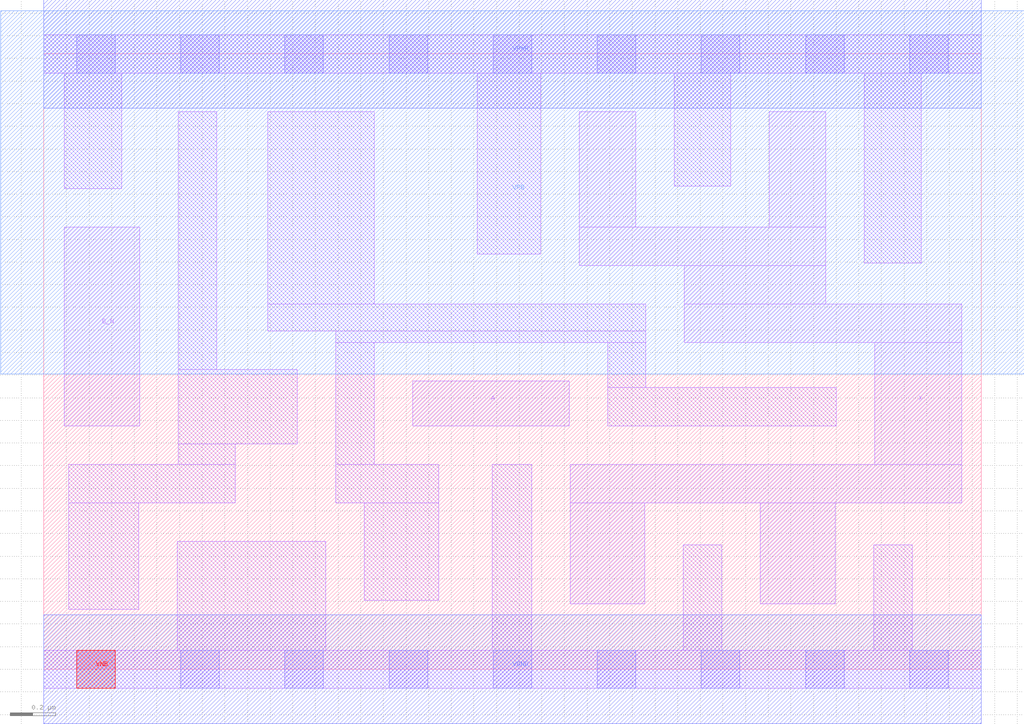
<source format=lef>
# Copyright 2020 The SkyWater PDK Authors
#
# Licensed under the Apache License, Version 2.0 (the "License");
# you may not use this file except in compliance with the License.
# You may obtain a copy of the License at
#
#     https://www.apache.org/licenses/LICENSE-2.0
#
# Unless required by applicable law or agreed to in writing, software
# distributed under the License is distributed on an "AS IS" BASIS,
# WITHOUT WARRANTIES OR CONDITIONS OF ANY KIND, either express or implied.
# See the License for the specific language governing permissions and
# limitations under the License.
#
# SPDX-License-Identifier: Apache-2.0

VERSION 5.7 ;
  NOWIREEXTENSIONATPIN ON ;
  DIVIDERCHAR "/" ;
  BUSBITCHARS "[]" ;
MACRO sky130_fd_sc_hd__or2b_4
  CLASS CORE ;
  FOREIGN sky130_fd_sc_hd__or2b_4 ;
  ORIGIN  0.000000  0.000000 ;
  SIZE  4.140000 BY  2.720000 ;
  SYMMETRY X Y R90 ;
  SITE unithd ;
  PIN A
    ANTENNAGATEAREA  0.247500 ;
    DIRECTION INPUT ;
    USE SIGNAL ;
    PORT
      LAYER li1 ;
        RECT 1.630000 1.075000 2.320000 1.275000 ;
    END
  END A
  PIN B_N
    ANTENNAGATEAREA  0.126000 ;
    DIRECTION INPUT ;
    USE SIGNAL ;
    PORT
      LAYER li1 ;
        RECT 0.090000 1.075000 0.425000 1.955000 ;
    END
  END B_N
  PIN VNB
    PORT
      LAYER pwell ;
        RECT 0.145000 -0.085000 0.315000 0.085000 ;
    END
  END VNB
  PIN VPB
    PORT
      LAYER nwell ;
        RECT -0.190000 1.305000 4.330000 2.910000 ;
    END
  END VPB
  PIN X
    ANTENNADIFFAREA  0.891000 ;
    DIRECTION OUTPUT ;
    USE SIGNAL ;
    PORT
      LAYER li1 ;
        RECT 2.325000 0.290000 2.655000 0.735000 ;
        RECT 2.325000 0.735000 4.055000 0.905000 ;
        RECT 2.365000 1.785000 3.455000 1.955000 ;
        RECT 2.365000 1.955000 2.615000 2.465000 ;
        RECT 2.830000 1.445000 4.055000 1.615000 ;
        RECT 2.830000 1.615000 3.455000 1.785000 ;
        RECT 3.165000 0.290000 3.495000 0.735000 ;
        RECT 3.205000 1.955000 3.455000 2.465000 ;
        RECT 3.670000 0.905000 4.055000 1.445000 ;
    END
  END X
  PIN VGND
    DIRECTION INOUT ;
    SHAPE ABUTMENT ;
    USE GROUND ;
    PORT
      LAYER met1 ;
        RECT 0.000000 -0.240000 4.140000 0.240000 ;
    END
  END VGND
  PIN VPWR
    DIRECTION INOUT ;
    SHAPE ABUTMENT ;
    USE POWER ;
    PORT
      LAYER met1 ;
        RECT 0.000000 2.480000 4.140000 2.960000 ;
    END
  END VPWR
  OBS
    LAYER li1 ;
      RECT 0.000000 -0.085000 4.140000 0.085000 ;
      RECT 0.000000  2.635000 4.140000 2.805000 ;
      RECT 0.090000  2.125000 0.345000 2.635000 ;
      RECT 0.110000  0.265000 0.420000 0.735000 ;
      RECT 0.110000  0.735000 0.845000 0.905000 ;
      RECT 0.590000  0.085000 1.245000 0.565000 ;
      RECT 0.595000  0.905000 0.845000 0.995000 ;
      RECT 0.595000  0.995000 1.120000 1.325000 ;
      RECT 0.595000  1.325000 0.765000 2.465000 ;
      RECT 0.990000  1.495000 2.660000 1.615000 ;
      RECT 0.990000  1.615000 1.460000 2.465000 ;
      RECT 1.290000  0.735000 1.745000 0.905000 ;
      RECT 1.290000  0.905000 1.460000 1.445000 ;
      RECT 1.290000  1.445000 2.660000 1.495000 ;
      RECT 1.415000  0.305000 1.745000 0.735000 ;
      RECT 1.915000  1.835000 2.195000 2.635000 ;
      RECT 1.980000  0.085000 2.155000 0.905000 ;
      RECT 2.490000  1.075000 3.500000 1.245000 ;
      RECT 2.490000  1.245000 2.660000 1.445000 ;
      RECT 2.785000  2.135000 3.035000 2.635000 ;
      RECT 2.825000  0.085000 2.995000 0.550000 ;
      RECT 3.625000  1.795000 3.875000 2.635000 ;
      RECT 3.665000  0.085000 3.835000 0.550000 ;
    LAYER mcon ;
      RECT 0.145000 -0.085000 0.315000 0.085000 ;
      RECT 0.145000  2.635000 0.315000 2.805000 ;
      RECT 0.605000 -0.085000 0.775000 0.085000 ;
      RECT 0.605000  2.635000 0.775000 2.805000 ;
      RECT 1.065000 -0.085000 1.235000 0.085000 ;
      RECT 1.065000  2.635000 1.235000 2.805000 ;
      RECT 1.525000 -0.085000 1.695000 0.085000 ;
      RECT 1.525000  2.635000 1.695000 2.805000 ;
      RECT 1.985000 -0.085000 2.155000 0.085000 ;
      RECT 1.985000  2.635000 2.155000 2.805000 ;
      RECT 2.445000 -0.085000 2.615000 0.085000 ;
      RECT 2.445000  2.635000 2.615000 2.805000 ;
      RECT 2.905000 -0.085000 3.075000 0.085000 ;
      RECT 2.905000  2.635000 3.075000 2.805000 ;
      RECT 3.365000 -0.085000 3.535000 0.085000 ;
      RECT 3.365000  2.635000 3.535000 2.805000 ;
      RECT 3.825000 -0.085000 3.995000 0.085000 ;
      RECT 3.825000  2.635000 3.995000 2.805000 ;
  END
END sky130_fd_sc_hd__or2b_4
END LIBRARY

</source>
